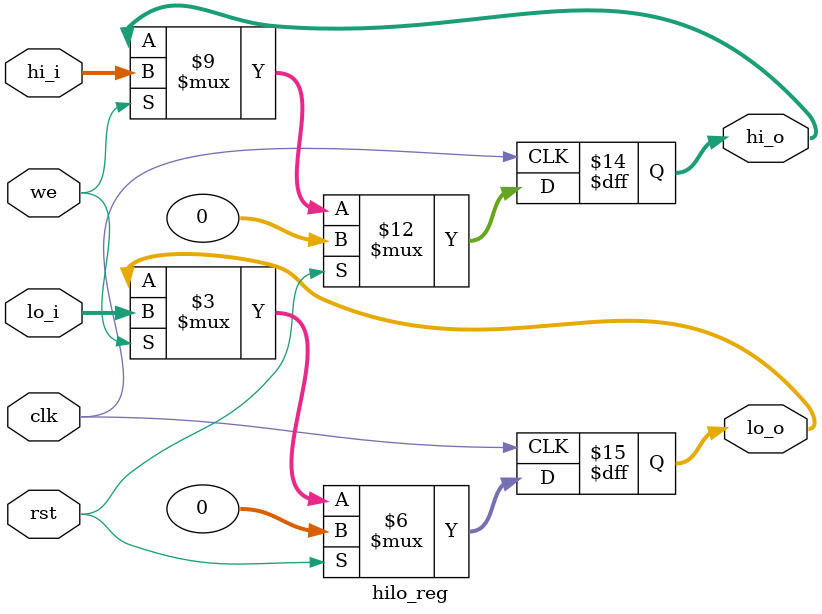
<source format=v>
`timescale 1ns / 1ps


`timescale 1ns / 1ps

module hilo_reg(
	input wire clk,rst,we,
	input wire[31:0] hi_i,lo_i,   //ÒªÐ´ÈëhiloµÄÊý¾Ý
	output reg[31:0] hi_o,lo_o
    );
	
	always @(posedge clk) begin
		if(rst) begin
			hi_o <= 0;
			lo_o <= 0;
		end 
		else if (we) begin
			hi_o <= hi_i;
			lo_o <= lo_i;
		end else begin
			hi_o <= hi_o;
			lo_o <= lo_o;
		end
	end
endmodule


</source>
